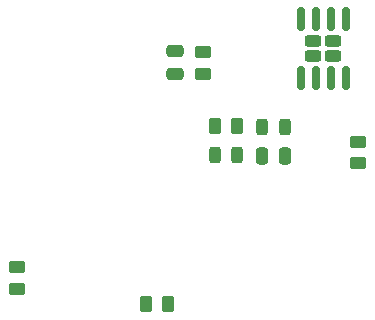
<source format=gbr>
%TF.GenerationSoftware,KiCad,Pcbnew,9.0.2*%
%TF.CreationDate,2025-07-16T17:06:44+05:30*%
%TF.ProjectId,CanSat,43616e53-6174-42e6-9b69-6361645f7063,rev?*%
%TF.SameCoordinates,Original*%
%TF.FileFunction,Paste,Bot*%
%TF.FilePolarity,Positive*%
%FSLAX46Y46*%
G04 Gerber Fmt 4.6, Leading zero omitted, Abs format (unit mm)*
G04 Created by KiCad (PCBNEW 9.0.2) date 2025-07-16 17:06:44*
%MOMM*%
%LPD*%
G01*
G04 APERTURE LIST*
G04 Aperture macros list*
%AMRoundRect*
0 Rectangle with rounded corners*
0 $1 Rounding radius*
0 $2 $3 $4 $5 $6 $7 $8 $9 X,Y pos of 4 corners*
0 Add a 4 corners polygon primitive as box body*
4,1,4,$2,$3,$4,$5,$6,$7,$8,$9,$2,$3,0*
0 Add four circle primitives for the rounded corners*
1,1,$1+$1,$2,$3*
1,1,$1+$1,$4,$5*
1,1,$1+$1,$6,$7*
1,1,$1+$1,$8,$9*
0 Add four rect primitives between the rounded corners*
20,1,$1+$1,$2,$3,$4,$5,0*
20,1,$1+$1,$4,$5,$6,$7,0*
20,1,$1+$1,$6,$7,$8,$9,0*
20,1,$1+$1,$8,$9,$2,$3,0*%
G04 Aperture macros list end*
%ADD10RoundRect,0.243750X-0.243750X-0.456250X0.243750X-0.456250X0.243750X0.456250X-0.243750X0.456250X0*%
%ADD11RoundRect,0.250000X-0.262500X-0.450000X0.262500X-0.450000X0.262500X0.450000X-0.262500X0.450000X0*%
%ADD12RoundRect,0.250000X0.450000X-0.262500X0.450000X0.262500X-0.450000X0.262500X-0.450000X-0.262500X0*%
%ADD13RoundRect,0.250000X0.250000X0.475000X-0.250000X0.475000X-0.250000X-0.475000X0.250000X-0.475000X0*%
%ADD14RoundRect,0.250000X-0.440000X0.255000X-0.440000X-0.255000X0.440000X-0.255000X0.440000X0.255000X0*%
%ADD15RoundRect,0.150000X-0.150000X0.825000X-0.150000X-0.825000X0.150000X-0.825000X0.150000X0.825000X0*%
%ADD16RoundRect,0.250000X0.262500X0.450000X-0.262500X0.450000X-0.262500X-0.450000X0.262500X-0.450000X0*%
%ADD17RoundRect,0.250000X-0.450000X0.262500X-0.450000X-0.262500X0.450000X-0.262500X0.450000X0.262500X0*%
%ADD18RoundRect,0.250000X0.475000X-0.250000X0.475000X0.250000X-0.475000X0.250000X-0.475000X-0.250000X0*%
G04 APERTURE END LIST*
D10*
%TO.C,D2*%
X166462500Y-88100000D03*
X168337500Y-88100000D03*
%TD*%
D11*
%TO.C,R2*%
X166537500Y-85650000D03*
X168362500Y-85650000D03*
%TD*%
D10*
%TO.C,D1*%
X170512500Y-85700000D03*
X172387500Y-85700000D03*
%TD*%
D12*
%TO.C,R8*%
X165500000Y-81212500D03*
X165500000Y-79387500D03*
%TD*%
D13*
%TO.C,C1*%
X172400000Y-88200000D03*
X170500000Y-88200000D03*
%TD*%
D14*
%TO.C,U4*%
X176475000Y-78450000D03*
X174825000Y-78450000D03*
X176475000Y-79650000D03*
X174825000Y-79650000D03*
D15*
X173745000Y-76575000D03*
X175015000Y-76575000D03*
X176285000Y-76575000D03*
X177555000Y-76575000D03*
X177555000Y-81525000D03*
X176285000Y-81525000D03*
X175015000Y-81525000D03*
X173745000Y-81525000D03*
%TD*%
D16*
%TO.C,R6*%
X162485000Y-100697500D03*
X160660000Y-100697500D03*
%TD*%
D17*
%TO.C,R4*%
X149750000Y-97587500D03*
X149750000Y-99412500D03*
%TD*%
%TO.C,R1*%
X178600000Y-86937500D03*
X178600000Y-88762500D03*
%TD*%
D18*
%TO.C,C4*%
X163150000Y-81200000D03*
X163150000Y-79300000D03*
%TD*%
M02*

</source>
